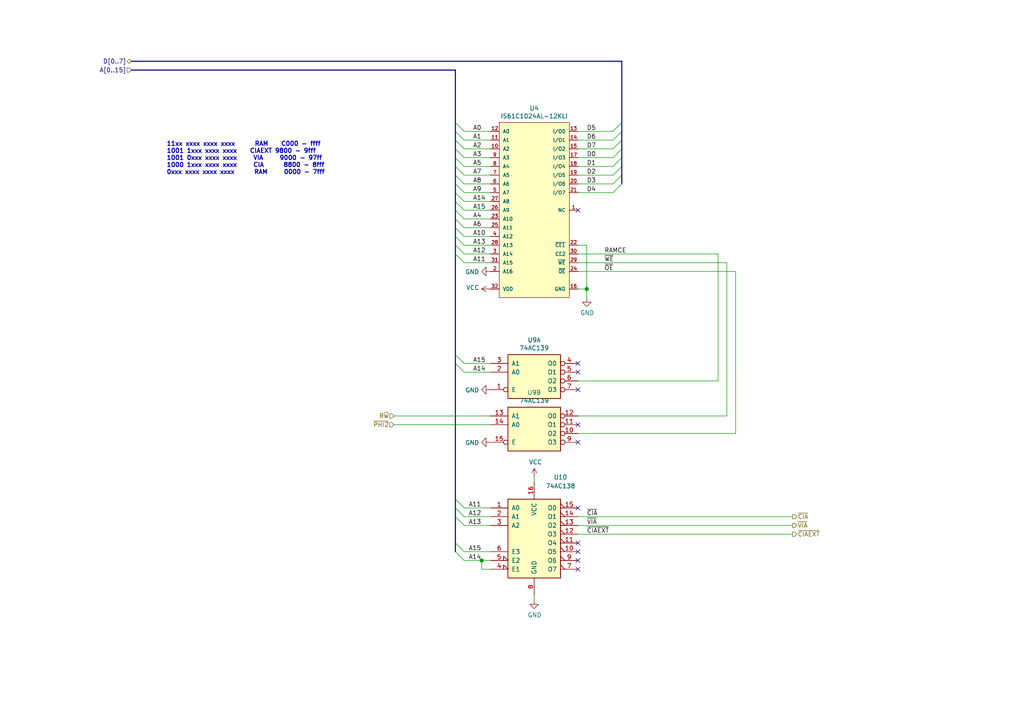
<source format=kicad_sch>
(kicad_sch (version 20211123) (generator eeschema)
  (paper "A4")
  (title_block (title "SBC6526 - Memory") (date "2021-10-01") (rev "2.0") (company "Daniel Molina García"))
  (lib_symbols
    (symbol "74xx:74LS138" (pin_names (offset 1.016))
      (property "Reference" "U" (at -7.62 11.43 0))
      (property "Value" "74LS138" (at -7.62 -13.97 0))
      (symbol "74LS138_1_0"
        (pin input line (at -12.7 7.62 0) (length 5.08) (name "A0") (number "1"))
        (pin output output_low (at 12.7 -5.08 180) (length 5.08) (name "O5") (number "10"))
        (pin output output_low (at 12.7 -2.54 180) (length 5.08) (name "O4") (number "11"))
        (pin output output_low (at 12.7 0 180) (length 5.08) (name "O3") (number "12"))
        (pin output output_low (at 12.7 2.54 180) (length 5.08) (name "O2") (number "13"))
        (pin output output_low (at 12.7 5.08 180) (length 5.08) (name "O1") (number "14"))
        (pin output output_low (at 12.7 7.62 180) (length 5.08) (name "O0") (number "15"))
        (pin power_in line (at 0 15.24 270) (length 5.08) (name "VCC") (number "16"))
        (pin input line (at -12.7 5.08 0) (length 5.08) (name "A1") (number "2"))
        (pin input line (at -12.7 2.54 0) (length 5.08) (name "A2") (number "3"))
        (pin input input_low (at -12.7 -10.16 0) (length 5.08) (name "E1") (number "4"))
        (pin input input_low (at -12.7 -7.62 0) (length 5.08) (name "E2") (number "5"))
        (pin input line (at -12.7 -5.08 0) (length 5.08) (name "E3") (number "6"))
        (pin output output_low (at 12.7 -10.16 180) (length 5.08) (name "O7") (number "7"))
        (pin power_in line (at 0 -17.78 90) (length 5.08) (name "GND") (number "8"))
        (pin output output_low (at 12.7 -7.62 180) (length 5.08) (name "O6") (number "9"))
      )
      (symbol "74LS138_1_1"
        (rectangle (start -7.62 10.16) (end 7.62 -12.7) (stroke (width 0.254)) (fill (type background)))
      )
    )
    (symbol "74xx:74LS139" (pin_names (offset 1.016))
      (property "Reference" "U" (at -7.62 8.89 0))
      (property "Value" "74LS139" (at -7.62 -8.89 0))
      (symbol "74LS139_1_0"
        (pin input inverted (at -12.7 -5.08 0) (length 5.08) (name "E") (number "1"))
        (pin input line (at -12.7 0 0) (length 5.08) (name "A0") (number "2"))
        (pin input line (at -12.7 2.54 0) (length 5.08) (name "A1") (number "3"))
        (pin output inverted (at 12.7 2.54 180) (length 5.08) (name "O0") (number "4"))
        (pin output inverted (at 12.7 0 180) (length 5.08) (name "O1") (number "5"))
        (pin output inverted (at 12.7 -2.54 180) (length 5.08) (name "O2") (number "6"))
        (pin output inverted (at 12.7 -5.08 180) (length 5.08) (name "O3") (number "7"))
      )
      (symbol "74LS139_1_1"
        (rectangle (start -7.62 5.08) (end 7.62 -7.62) (stroke (width 0.254)) (fill (type background)))
      )
      (symbol "74LS139_2_0"
        (pin output inverted (at 12.7 -2.54 180) (length 5.08) (name "O2") (number "10"))
        (pin output inverted (at 12.7 0 180) (length 5.08) (name "O1") (number "11"))
        (pin output inverted (at 12.7 2.54 180) (length 5.08) (name "O0") (number "12"))
        (pin input line (at -12.7 2.54 0) (length 5.08) (name "A1") (number "13"))
        (pin input line (at -12.7 0 0) (length 5.08) (name "A0") (number "14"))
        (pin input inverted (at -12.7 -5.08 0) (length 5.08) (name "E") (number "15"))
        (pin output inverted (at 12.7 -5.08 180) (length 5.08) (name "O3") (number "9"))
      )
      (symbol "74LS139_2_1"
        (rectangle (start -7.62 5.08) (end 7.62 -7.62) (stroke (width 0.254)) (fill (type background)))
      )
      (symbol "74LS139_3_0"
        (pin power_in line (at 0 12.7 270) (length 5.08) (name "VCC") (number "16"))
        (pin power_in line (at 0 -12.7 90) (length 5.08) (name "GND") (number "8"))
      )
      (symbol "74LS139_3_1"
        (rectangle (start -5.08 7.62) (end 5.08 -7.62) (stroke (width 0.254)) (fill (type background)))
      )
    )
    (symbol "power:GND" (power) (pin_names (offset 0))
      (property "Value" "GND" (at 0 -3.81 0))
      (symbol "GND_0_1"
        (polyline (pts (xy 0 0) (xy 0 -1.27) (xy 1.27 -1.27) (xy 0 -2.54) (xy -1.27 -1.27) (xy 0 -1.27)))
      )
      (symbol "GND_1_1"
        (pin power_in line (at 0 0 270) (length 0) hide (name "GND") (number "1"))
      )
    )
    (symbol "power:VCC" (power) (pin_names (offset 0))
      (property "Value" "VCC" (at 0 3.81 0))
      (symbol "VCC_0_1"
        (polyline (pts (xy -0.762 1.27) (xy 0 2.54)))
        (polyline (pts (xy 0 0) (xy 0 2.54)))
        (polyline (pts (xy 0 2.54) (xy 0.762 1.27)))
      )
      (symbol "VCC_1_1"
        (pin power_in line (at 0 0 90) (length 0) hide (name "VCC") (number "1"))
      )
    )
    (symbol "sbc6526:IS61C1024AL-12KLI-sbc6526" (pin_names (offset 1.016))
      (property "Reference" "U" (at 0 5.08 0))
      (property "Value" "IS61C1024AL-12KLI-sbc6526" (at 0 7.62 0))
      (symbol "IS61C1024AL-12KLI-sbc6526_1_1"
        (rectangle (start 5.08 2.54) (end 25.4 -48.26) (fill (type background)))
        (pin passive line (at 27.94 -22.86 180) (length 2.54) (name "NC") (number "1"))
        (pin input line (at 2.54 -5.08 0) (length 2.54) (name "A2") (number "10"))
        (pin input line (at 2.54 -2.54 0) (length 2.54) (name "A1") (number "11"))
        (pin input line (at 2.54 0 0) (length 2.54) (name "A0") (number "12"))
        (pin bidirectional line (at 27.94 0 180) (length 2.54) (name "I/O0") (number "13"))
        (pin bidirectional line (at 27.94 -2.54 180) (length 2.54) (name "I/O1") (number "14"))
        (pin bidirectional line (at 27.94 -5.08 180) (length 2.54) (name "I/O2") (number "15"))
        (pin power_in line (at 27.94 -45.72 180) (length 2.54) (name "GND") (number "16"))
        (pin bidirectional line (at 27.94 -7.62 180) (length 2.54) (name "I/O3") (number "17"))
        (pin bidirectional line (at 27.94 -10.16 180) (length 2.54) (name "I/O4") (number "18"))
        (pin bidirectional line (at 27.94 -12.7 180) (length 2.54) (name "I/O5") (number "19"))
        (pin input line (at 2.54 -40.64 0) (length 2.54) (name "A16") (number "2"))
        (pin bidirectional line (at 27.94 -15.24 180) (length 2.54) (name "I/O6") (number "20"))
        (pin bidirectional line (at 27.94 -17.78 180) (length 2.54) (name "I/O7") (number "21"))
        (pin input line (at 27.94 -33.02 180) (length 2.54) (name "~{CE1}") (number "22"))
        (pin input line (at 2.54 -25.4 0) (length 2.54) (name "A10") (number "23"))
        (pin input line (at 27.94 -40.64 180) (length 2.54) (name "~{OE}") (number "24"))
        (pin input line (at 2.54 -27.94 0) (length 2.54) (name "A11") (number "25"))
        (pin input line (at 2.54 -22.86 0) (length 2.54) (name "A9") (number "26"))
        (pin input line (at 2.54 -20.32 0) (length 2.54) (name "A8") (number "27"))
        (pin input line (at 2.54 -33.02 0) (length 2.54) (name "A13") (number "28"))
        (pin input line (at 27.94 -38.1 180) (length 2.54) (name "~{WE}") (number "29"))
        (pin input line (at 2.54 -35.56 0) (length 2.54) (name "A14") (number "3"))
        (pin input line (at 27.94 -35.56 180) (length 2.54) (name "CE2") (number "30"))
        (pin input line (at 2.54 -38.1 0) (length 2.54) (name "A15") (number "31"))
        (pin power_in line (at 2.54 -45.72 0) (length 2.54) (name "VDD") (number "32"))
        (pin input line (at 2.54 -30.48 0) (length 2.54) (name "A12") (number "4"))
        (pin input line (at 2.54 -17.78 0) (length 2.54) (name "A7") (number "5"))
        (pin input line (at 2.54 -15.24 0) (length 2.54) (name "A6") (number "6"))
        (pin input line (at 2.54 -12.7 0) (length 2.54) (name "A5") (number "7"))
        (pin input line (at 2.54 -10.16 0) (length 2.54) (name "A4") (number "8"))
        (pin input line (at 2.54 -7.62 0) (length 2.54) (name "A3") (number "9"))
      )
    )
  )
  (junction (at 170.18 83.82) (diameter 1.016))
  (junction (at 139.7 162.56) (diameter 1.016))
  (no_connect (at 167.64 105.41))
  (no_connect (at 167.64 160.02))
  (no_connect (at 167.64 165.1))
  (no_connect (at 167.64 128.27))
  (no_connect (at 167.64 107.95))
  (no_connect (at 167.64 123.19))
  (no_connect (at 167.64 162.56))
  (no_connect (at 167.64 60.96))
  (no_connect (at 167.64 113.03))
  (no_connect (at 167.64 147.32))
  (no_connect (at 167.64 157.48))
  (bus_entry (at 134.62 45.72) (size -2.54 -2.54) (stroke (width 0.1524)))
  (bus_entry (at 134.62 55.88) (size -2.54 -2.54) (stroke (width 0.1524)))
  (bus_entry (at 134.62 152.4) (size -2.54 -2.54) (stroke (width 0.1524)))
  (bus_entry (at 134.62 147.32) (size -2.54 -2.54) (stroke (width 0.1524)))
  (bus_entry (at 134.62 107.95) (size -2.54 -2.54) (stroke (width 0.1524)))
  (bus_entry (at 134.62 48.26) (size -2.54 -2.54) (stroke (width 0.1524)))
  (bus_entry (at 177.8 45.72) (size 2.54 -2.54) (stroke (width 0.1524)))
  (bus_entry (at 177.8 55.88) (size 2.54 -2.54) (stroke (width 0.1524)))
  (bus_entry (at 134.62 149.86) (size -2.54 -2.54) (stroke (width 0.1524)))
  (bus_entry (at 134.62 58.42) (size -2.54 -2.54) (stroke (width 0.1524)))
  (bus_entry (at 134.62 105.41) (size -2.54 -2.54) (stroke (width 0.1524)))
  (bus_entry (at 134.62 60.96) (size -2.54 -2.54) (stroke (width 0.1524)))
  (bus_entry (at 177.8 50.8) (size 2.54 -2.54) (stroke (width 0.1524)))
  (bus_entry (at 134.62 71.12) (size -2.54 -2.54) (stroke (width 0.1524)))
  (bus_entry (at 177.8 40.64) (size 2.54 -2.54) (stroke (width 0.1524)))
  (bus_entry (at 177.8 43.18) (size 2.54 -2.54) (stroke (width 0.1524)))
  (bus_entry (at 134.62 53.34) (size -2.54 -2.54) (stroke (width 0.1524)))
  (bus_entry (at 134.62 43.18) (size -2.54 -2.54) (stroke (width 0.1524)))
  (bus_entry (at 134.62 160.02) (size -2.54 -2.54) (stroke (width 0.1524)))
  (bus_entry (at 134.62 76.2) (size -2.54 -2.54) (stroke (width 0.1524)))
  (bus_entry (at 134.62 50.8) (size -2.54 -2.54) (stroke (width 0.1524)))
  (bus_entry (at 134.62 66.04) (size -2.54 -2.54) (stroke (width 0.1524)))
  (bus_entry (at 177.8 38.1) (size 2.54 -2.54) (stroke (width 0.1524)))
  (bus_entry (at 134.62 38.1) (size -2.54 -2.54) (stroke (width 0.1524)))
  (bus_entry (at 134.62 73.66) (size -2.54 -2.54) (stroke (width 0.1524)))
  (bus_entry (at 134.62 40.64) (size -2.54 -2.54) (stroke (width 0.1524)))
  (bus_entry (at 134.62 162.56) (size -2.54 -2.54) (stroke (width 0.1524)))
  (bus_entry (at 177.8 48.26) (size 2.54 -2.54) (stroke (width 0.1524)))
  (bus_entry (at 134.62 63.5) (size -2.54 -2.54) (stroke (width 0.1524)))
  (bus_entry (at 134.62 68.58) (size -2.54 -2.54) (stroke (width 0.1524)))
  (bus_entry (at 177.8 53.34) (size 2.54 -2.54) (stroke (width 0.1524)))
  (wire (pts (xy 167.64 120.65) (xy 210.82 120.65)))
  (bus (pts (xy 132.08 50.8) (xy 132.08 53.34)))
  (bus (pts (xy 180.34 45.72) (xy 180.34 48.26)))
  (wire (pts (xy 167.64 149.86) (xy 229.87 149.86)))
  (wire (pts (xy 154.94 172.72) (xy 154.94 173.99)))
  (wire (pts (xy 142.24 48.26) (xy 134.62 48.26)))
  (bus (pts (xy 132.08 20.32) (xy 132.08 35.56)))
  (bus (pts (xy 132.08 68.58) (xy 132.08 71.12)))
  (wire (pts (xy 167.64 53.34) (xy 177.8 53.34)))
  (bus (pts (xy 180.34 40.64) (xy 180.34 43.18)))
  (wire (pts (xy 167.64 154.94) (xy 229.87 154.94)))
  (wire (pts (xy 142.24 58.42) (xy 134.62 58.42)))
  (wire (pts (xy 167.64 43.18) (xy 177.8 43.18)))
  (wire (pts (xy 167.64 110.49) (xy 208.28 110.49)))
  (bus (pts (xy 180.34 43.18) (xy 180.34 45.72)))
  (wire (pts (xy 154.94 138.43) (xy 154.94 139.7)))
  (wire (pts (xy 167.64 45.72) (xy 177.8 45.72)))
  (wire (pts (xy 167.64 71.12) (xy 170.18 71.12)))
  (bus (pts (xy 180.34 38.1) (xy 180.34 40.64)))
  (wire (pts (xy 142.24 149.86) (xy 134.62 149.86)))
  (bus (pts (xy 180.34 17.78) (xy 180.34 35.56)))
  (wire (pts (xy 167.64 76.2) (xy 210.82 76.2)))
  (wire (pts (xy 142.24 50.8) (xy 134.62 50.8)))
  (wire (pts (xy 170.18 83.82) (xy 167.64 83.82)))
  (wire (pts (xy 142.24 76.2) (xy 134.62 76.2)))
  (wire (pts (xy 167.64 40.64) (xy 177.8 40.64)))
  (bus (pts (xy 132.08 102.87) (xy 132.08 105.41)))
  (wire (pts (xy 142.24 160.02) (xy 134.62 160.02)))
  (bus (pts (xy 38.1 17.78) (xy 180.34 17.78)))
  (wire (pts (xy 142.24 162.56) (xy 139.7 162.56)))
  (wire (pts (xy 142.24 120.65) (xy 114.3 120.65)))
  (wire (pts (xy 170.18 71.12) (xy 170.18 83.82)))
  (wire (pts (xy 170.18 86.36) (xy 170.18 83.82)))
  (bus (pts (xy 132.08 144.78) (xy 132.08 147.32)))
  (bus (pts (xy 132.08 58.42) (xy 132.08 60.96)))
  (wire (pts (xy 167.64 50.8) (xy 177.8 50.8)))
  (wire (pts (xy 139.7 162.56) (xy 134.62 162.56)))
  (wire (pts (xy 142.24 38.1) (xy 134.62 38.1)))
  (wire (pts (xy 167.64 78.74) (xy 213.36 78.74)))
  (bus (pts (xy 132.08 147.32) (xy 132.08 149.86)))
  (wire (pts (xy 142.24 73.66) (xy 134.62 73.66)))
  (bus (pts (xy 132.08 35.56) (xy 132.08 38.1)))
  (wire (pts (xy 213.36 125.73) (xy 213.36 78.74)))
  (wire (pts (xy 142.24 66.04) (xy 134.62 66.04)))
  (bus (pts (xy 180.34 50.8) (xy 180.34 53.34)))
  (bus (pts (xy 132.08 157.48) (xy 132.08 160.02)))
  (wire (pts (xy 167.64 48.26) (xy 177.8 48.26)))
  (bus (pts (xy 132.08 55.88) (xy 132.08 58.42)))
  (wire (pts (xy 142.24 105.41) (xy 134.62 105.41)))
  (bus (pts (xy 132.08 48.26) (xy 132.08 50.8)))
  (bus (pts (xy 132.08 53.34) (xy 132.08 55.88)))
  (wire (pts (xy 142.24 40.64) (xy 134.62 40.64)))
  (wire (pts (xy 114.3 123.19) (xy 142.24 123.19)))
  (wire (pts (xy 167.64 38.1) (xy 177.8 38.1)))
  (wire (pts (xy 142.24 45.72) (xy 134.62 45.72)))
  (wire (pts (xy 142.24 55.88) (xy 134.62 55.88)))
  (wire (pts (xy 167.64 55.88) (xy 177.8 55.88)))
  (bus (pts (xy 132.08 43.18) (xy 132.08 45.72)))
  (wire (pts (xy 142.24 60.96) (xy 134.62 60.96)))
  (wire (pts (xy 142.24 68.58) (xy 134.62 68.58)))
  (bus (pts (xy 180.34 48.26) (xy 180.34 50.8)))
  (bus (pts (xy 132.08 73.66) (xy 132.08 102.87)))
  (bus (pts (xy 132.08 60.96) (xy 132.08 63.5)))
  (bus (pts (xy 132.08 63.5) (xy 132.08 66.04)))
  (wire (pts (xy 142.24 152.4) (xy 134.62 152.4)))
  (wire (pts (xy 167.64 152.4) (xy 229.87 152.4)))
  (wire (pts (xy 139.7 165.1) (xy 139.7 162.56)))
  (bus (pts (xy 132.08 40.64) (xy 132.08 43.18)))
  (bus (pts (xy 132.08 105.41) (xy 132.08 144.78)))
  (wire (pts (xy 167.64 73.66) (xy 208.28 73.66)))
  (bus (pts (xy 180.34 35.56) (xy 180.34 38.1)))
  (wire (pts (xy 210.82 120.65) (xy 210.82 76.2)))
  (wire (pts (xy 167.64 125.73) (xy 213.36 125.73)))
  (bus (pts (xy 132.08 45.72) (xy 132.08 48.26)))
  (bus (pts (xy 132.08 66.04) (xy 132.08 68.58)))
  (wire (pts (xy 142.24 107.95) (xy 134.62 107.95)))
  (bus (pts (xy 132.08 71.12) (xy 132.08 73.66)))
  (wire (pts (xy 142.24 63.5) (xy 134.62 63.5)))
  (wire (pts (xy 142.24 43.18) (xy 134.62 43.18)))
  (wire (pts (xy 142.24 53.34) (xy 134.62 53.34)))
  (bus (pts (xy 132.08 149.86) (xy 132.08 157.48)))
  (bus (pts (xy 38.1 20.32) (xy 132.08 20.32)))
  (bus (pts (xy 132.08 38.1) (xy 132.08 40.64)))
  (wire (pts (xy 142.24 165.1) (xy 139.7 165.1)))
  (wire (pts (xy 142.24 71.12) (xy 134.62 71.12)))
  (wire (pts (xy 208.28 110.49) (xy 208.28 73.66)))
  (wire (pts (xy 142.24 147.32) (xy 134.62 147.32)))
  (text "11xx xxxx xxxx xxxx      RAM    C000 - ffff\n1001 1xxx xxxx xxxx    CIAEXT 9800 - 9fff\n1001 0xxx xxxx xxxx     VIA     9000 - 97ff\n1000 1xxx xxxx xxxx     CIA      8800 - 8fff\n0xxx xxxx xxxx xxxx      RAM     0000 - 7fff\n" (at 48.26 50.8 0) (effects (font (size 1.27 1.27) (thickness 0.254) bold) (justify left bottom)))
  (label "D0" (at 170.18 45.72 0))
  (label "A13" (at 135.89 152.4 0))
  (label "~{OE}" (at 175.26 78.74 0))
  (label "A15" (at 137.16 105.41 0))
  (label "A12" (at 137.16 73.66 0))
  (label "A1" (at 137.16 40.64 0))
  (label "A8" (at 137.16 53.34 0))
  (label "D3" (at 170.18 53.34 0))
  (label "A3" (at 137.16 45.72 0))
  (label "A14" (at 137.16 107.95 0))
  (label "A11" (at 135.89 147.32 0))
  (label "D4" (at 170.18 55.88 0))
  (label "D7" (at 170.18 43.18 0))
  (label "A9" (at 137.16 55.88 0))
  (label "A6" (at 137.16 66.04 0))
  (label "~{CIA}" (at 170.18 149.86 0))
  (label "A14" (at 137.16 58.42 0))
  (label "D6" (at 170.18 40.64 0))
  (label "A13" (at 137.16 71.12 0))
  (label "A15" (at 135.89 160.02 0))
  (label "D5" (at 170.18 38.1 0))
  (label "A4" (at 137.16 63.5 0))
  (label "RAMCE" (at 175.26 73.66 0))
  (label "A11" (at 137.16 76.2 0))
  (label "A2" (at 137.16 43.18 0))
  (label "D2" (at 170.18 50.8 0))
  (label "A15" (at 137.16 60.96 0))
  (label "~{WE}" (at 175.26 76.2 0))
  (label "A10" (at 137.16 68.58 0))
  (label "~{CIAEXT}" (at 170.18 154.94 0))
  (label "A5" (at 137.16 48.26 0))
  (label "A0" (at 137.16 38.1 0))
  (label "A7" (at 137.16 50.8 0))
  (label "A12" (at 135.89 149.86 0))
  (label "D1" (at 170.18 48.26 0))
  (label "A14" (at 135.89 162.56 0))
  (label "~{VIA}" (at 170.18 152.4 0))
  (hierarchical_label "D[0..7]" (shape bidirectional) (at 38.1 17.78 180))
  (hierarchical_label "~{CIA}" (shape output) (at 229.87 149.86 0))
  (hierarchical_label "R~{W}" (shape input) (at 114.3 120.65 180))
  (hierarchical_label "~{VIA}" (shape output) (at 229.87 152.4 0))
  (hierarchical_label "A[0..15]" (shape input) (at 38.1 20.32 180))
  (hierarchical_label "~{CIAEXT}" (shape output) (at 229.87 154.94 0))
  (hierarchical_label "~{PHI2}" (shape input) (at 114.3 123.19 180))
  (symbol (lib_id "sbc6526:IS61C1024AL-12KLI-sbc6526") (at 139.7 38.1 0) (unit 1)
    (property "Reference" "U4" (at 154.94 31.369 0))
    (property "Value" "IS61C1024AL-12KLI" (at 154.94 33.6804 0))
    (property "Footprint" "sbc6526:SOJ-32_10.16x21.08mm_P1.27mm" (effects hide))
    (property "Code  JEDEC" "MS-027" (effects hide))
    (property "Component Link 1 Description" "Manufacturer URL" (effects hide))
    (property "Component Link 1 URL" "http://www.issi.com/US/index.shtml" (effects hide))
    (property "Component Link 3 Description" "Package Specification" (effects hide))
    (property "Component Link 3 URL" "http://www.issi.com/WW/pdf/61-64C1024AL.pdf" (effects hide))
    (property "Datasheet Version" "Rev. D" (effects hide))
    (property "Density" "1M" (effects hide))
    (property "Mounting Technology" "Surface Mount" (effects hide))
    (property "Organization" "128K x 8" (effects hide))
    (property "Package Description" "32-Pin 400 mil SOJ, Body 20.95 x 10.16 mm, Pitch 1.27 mm" (effects hide))
    (property "Package Version" "Rev. E, 12/2007" (effects hide))
    (property "Packing" "Tray / Tube" (effects hide))
    (property "Speed ns" "12" (effects hide))
    (property "category" "IC" (effects hide))
    (property "ciiva ids" "1246270" (effects hide))
    (property "library id" "9d67895ef7327d77" (effects hide))
    (property "manufacturer" "Integrated Silicon Solution Inc (ISSI)" (effects hide))
    (property "package" "SOJ-32" (effects hide))
    (property "release date" "1382601074" (effects hide))
    (property "rohs" "No" (effects hide))
    (property "vault revision" "2C522BE6-5BF8-4CFD-B3EB-B2739303CE2D" (effects hide))
    (property "imported" "yes" (effects hide))
  )
  (symbol (lib_id "74xx:74LS138") (at 154.94 154.94 0) (unit 1)
    (property "Reference" "U10" (at 162.56 138.43 0))
    (property "Value" "74AC138" (at 162.56 140.97 0))
    (property "Footprint" "Package_SO:SOIC-16_3.9x9.9mm_P1.27mm" (effects hide))
    (property "Datasheet" "http://www.ti.com/lit/gpn/sn74LS138" (effects hide))
  )
  (symbol (lib_id "74xx:74LS139") (at 154.94 107.95 0) (unit 1)
    (property "Reference" "U9" (at 154.94 98.6282 0))
    (property "Value" "74AC139" (at 154.94 100.9396 0))
    (property "Footprint" "Package_SO:SOIC-16_3.9x9.9mm_P1.27mm" (effects hide))
    (property "Datasheet" "http://www.ti.com/lit/ds/symlink/sn74ls139a.pdf" (effects hide))
  )
  (symbol (lib_id "74xx:74LS139") (at 154.94 123.19 0) (unit 2)
    (property "Reference" "U9" (at 154.94 113.8682 0))
    (property "Value" "74AC139" (at 154.94 116.1796 0))
    (property "Footprint" "Package_SO:SOIC-16_3.9x9.9mm_P1.27mm" (effects hide))
    (property "Datasheet" "http://www.ti.com/lit/ds/symlink/sn74ls139a.pdf" (effects hide))
  )
  (symbol (lib_id "power:GND") (at 142.24 78.74 270) (unit 1)
    (property "Reference" "#PWR0104" (effects hide))
    (property "Value" "GND" (at 138.9888 78.867 90) (effects (justify right)))
  )
  (symbol (lib_id "power:GND") (at 142.24 113.03 270) (unit 1)
    (property "Reference" "#PWR0105" (effects hide))
    (property "Value" "GND" (at 138.9888 113.157 90) (effects (justify right)))
  )
  (symbol (lib_id "power:GND") (at 142.24 128.27 270) (unit 1)
    (property "Reference" "#PWR0106" (effects hide))
    (property "Value" "GND" (at 138.9888 128.397 90) (effects (justify right)))
  )
  (symbol (lib_id "power:GND") (at 170.18 86.36 0) (unit 1)
    (property "Reference" "#PWR0107" (effects hide))
    (property "Value" "GND" (at 170.307 90.7542 0))
  )
  (symbol (lib_id "power:VCC") (at 142.24 83.82 90) (unit 1)
    (property "Reference" "#PWR0108" (effects hide))
    (property "Value" "VCC" (at 139.0142 83.439 90) (effects (justify left)))
  )
  (symbol (lib_id "power:GND") (at 154.94 173.99 0) (unit 1)
    (property "Reference" "#PWR0109" (effects hide))
    (property "Value" "GND" (at 155.067 178.3842 0))
  )
  (symbol (lib_id "power:VCC") (at 154.94 138.43 0) (unit 1)
    (property "Reference" "#PWR0110" (effects hide))
    (property "Value" "VCC" (at 155.321 134.0358 0))
  )
)
</source>
